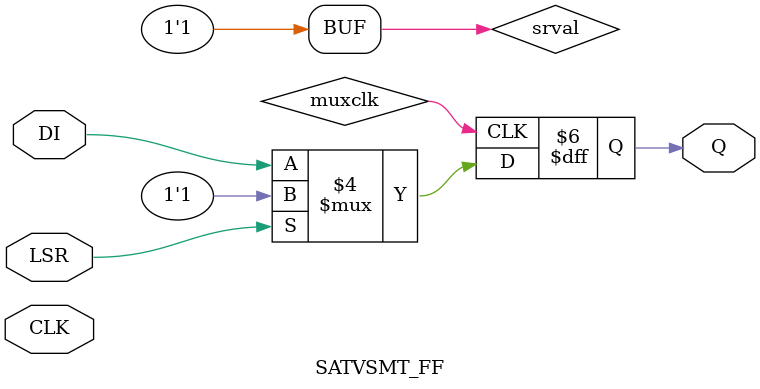
<source format=v>
`ifdef TECHMAP
module  \$_DFF_P_ (input D, C, output Q); SATVSMT_FF #(.REGSET("RESET")) _TECHMAP_REPLACE_ (.CLK(C), .LSR(1'b0), .DI(D), .Q(Q)); endmodule
`else
module SATVSMT_FF #(
	parameter REGSET = "SET",
) (
	input CLK, DI, LSR, output reg Q,
);

	wire srval = (REGSET == "SET") ? 1'b1 : 1'b0;

	initial Q = srval;

	always @(posedge muxclk)
		if (LSR)
			Q <= srval;
		else
			Q <= DI;
endmodule
`endif

</source>
